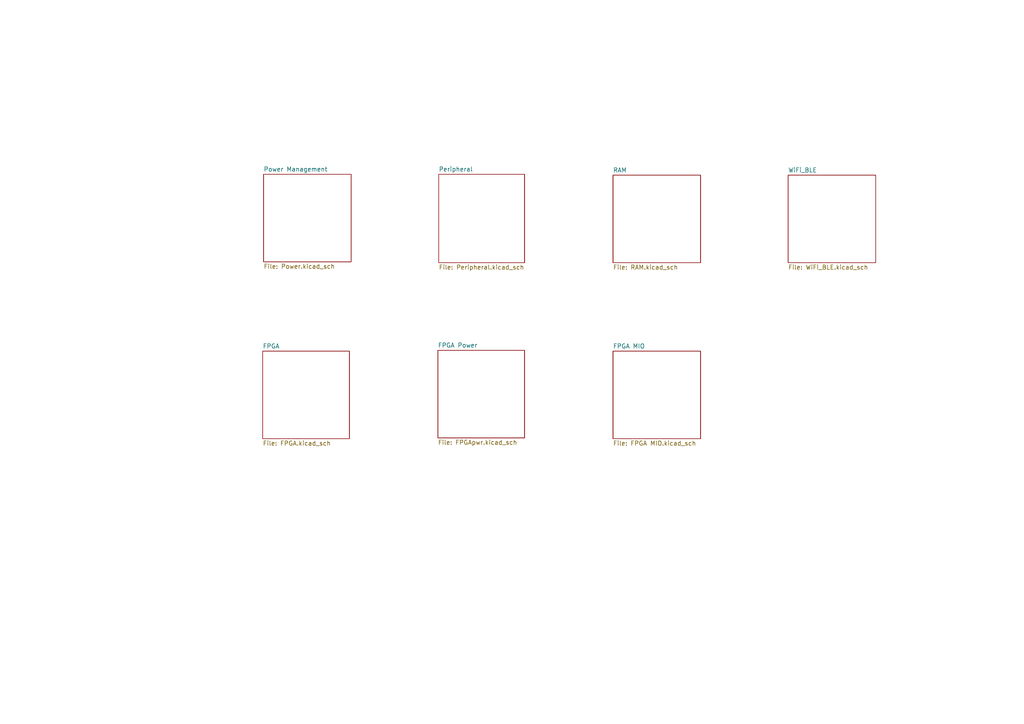
<source format=kicad_sch>
(kicad_sch
	(version 20231120)
	(generator "eeschema")
	(generator_version "8.0")
	(uuid "8b98976c-b0e2-4979-aa9a-b6389ce6c189")
	(paper "A4")
	(lib_symbols)
	(sheet
		(at 177.8 101.854)
		(size 25.4 25.4)
		(fields_autoplaced yes)
		(stroke
			(width 0.1524)
			(type solid)
		)
		(fill
			(color 0 0 0 0.0000)
		)
		(uuid "3a651326-0780-4f8d-a472-0057732392d5")
		(property "Sheetname" "FPGA MIO"
			(at 177.8 101.1424 0)
			(effects
				(font
					(size 1.27 1.27)
				)
				(justify left bottom)
			)
		)
		(property "Sheetfile" "FPGA MIO.kicad_sch"
			(at 177.8 127.8386 0)
			(effects
				(font
					(size 1.27 1.27)
				)
				(justify left top)
			)
		)
		(instances
			(project "SYNC-VT"
				(path "/8b98976c-b0e2-4979-aa9a-b6389ce6c189"
					(page "6")
				)
			)
		)
	)
	(sheet
		(at 76.454 50.546)
		(size 25.4 25.4)
		(fields_autoplaced yes)
		(stroke
			(width 0.1524)
			(type solid)
		)
		(fill
			(color 0 0 0 0.0000)
		)
		(uuid "4c2e96e4-9fb1-4733-be3e-8bfc128702ff")
		(property "Sheetname" "Power Management"
			(at 76.454 49.8344 0)
			(effects
				(font
					(size 1.27 1.27)
				)
				(justify left bottom)
			)
		)
		(property "Sheetfile" "Power.kicad_sch"
			(at 76.454 76.5306 0)
			(effects
				(font
					(size 1.27 1.27)
				)
				(justify left top)
			)
		)
		(instances
			(project "SYNC-VT"
				(path "/8b98976c-b0e2-4979-aa9a-b6389ce6c189"
					(page "2")
				)
			)
		)
	)
	(sheet
		(at 177.8 50.8)
		(size 25.4 25.4)
		(fields_autoplaced yes)
		(stroke
			(width 0.1524)
			(type solid)
		)
		(fill
			(color 0 0 0 0.0000)
		)
		(uuid "7426c97c-9532-4b74-a8cd-41fbf6ef2407")
		(property "Sheetname" "RAM"
			(at 177.8 50.0884 0)
			(effects
				(font
					(size 1.27 1.27)
				)
				(justify left bottom)
			)
		)
		(property "Sheetfile" "RAM.kicad_sch"
			(at 177.8 76.7846 0)
			(effects
				(font
					(size 1.27 1.27)
				)
				(justify left top)
			)
		)
		(instances
			(project "SYNC-VT"
				(path "/8b98976c-b0e2-4979-aa9a-b6389ce6c189"
					(page "7")
				)
			)
		)
	)
	(sheet
		(at 228.6 50.8)
		(size 25.4 25.4)
		(fields_autoplaced yes)
		(stroke
			(width 0.1524)
			(type solid)
		)
		(fill
			(color 0 0 0 0.0000)
		)
		(uuid "844f044f-372f-4dec-9e58-1a20525b92bc")
		(property "Sheetname" "WiFi_BLE"
			(at 228.6 50.0884 0)
			(effects
				(font
					(size 1.27 1.27)
				)
				(justify left bottom)
			)
		)
		(property "Sheetfile" "WiFi_BLE.kicad_sch"
			(at 228.6 76.7846 0)
			(effects
				(font
					(size 1.27 1.27)
				)
				(justify left top)
			)
		)
		(instances
			(project "SYNC-VT"
				(path "/8b98976c-b0e2-4979-aa9a-b6389ce6c189"
					(page "8")
				)
			)
		)
	)
	(sheet
		(at 76.2 101.854)
		(size 25.146 25.4)
		(fields_autoplaced yes)
		(stroke
			(width 0.1524)
			(type solid)
		)
		(fill
			(color 0 0 0 0.0000)
		)
		(uuid "b03d01bc-7f79-4860-8a9c-5e1d7565ff36")
		(property "Sheetname" "FPGA"
			(at 76.2 101.1424 0)
			(effects
				(font
					(size 1.27 1.27)
				)
				(justify left bottom)
			)
		)
		(property "Sheetfile" "FPGA.kicad_sch"
			(at 76.2 127.8386 0)
			(effects
				(font
					(size 1.27 1.27)
				)
				(justify left top)
			)
		)
		(instances
			(project "SYNC-VT"
				(path "/8b98976c-b0e2-4979-aa9a-b6389ce6c189"
					(page "4")
				)
			)
		)
	)
	(sheet
		(at 127 101.6)
		(size 25.146 25.4)
		(fields_autoplaced yes)
		(stroke
			(width 0.1524)
			(type solid)
		)
		(fill
			(color 0 0 0 0.0000)
		)
		(uuid "e0fdbcfa-176a-4d8c-897b-d3b34c4c4b6c")
		(property "Sheetname" "FPGA Power"
			(at 127 100.8884 0)
			(effects
				(font
					(size 1.27 1.27)
				)
				(justify left bottom)
			)
		)
		(property "Sheetfile" "FPGApwr.kicad_sch"
			(at 127 127.5846 0)
			(effects
				(font
					(size 1.27 1.27)
				)
				(justify left top)
			)
		)
		(instances
			(project "SYNC-VT"
				(path "/8b98976c-b0e2-4979-aa9a-b6389ce6c189"
					(page "5")
				)
			)
		)
	)
	(sheet
		(at 127.254 50.546)
		(size 24.892 25.654)
		(fields_autoplaced yes)
		(stroke
			(width 0.1524)
			(type solid)
		)
		(fill
			(color 0 0 0 0.0000)
		)
		(uuid "f8391748-4a28-4b30-91ca-d63501b5909f")
		(property "Sheetname" "Peripheral"
			(at 127.254 49.8344 0)
			(effects
				(font
					(size 1.27 1.27)
				)
				(justify left bottom)
			)
		)
		(property "Sheetfile" "Peripheral.kicad_sch"
			(at 127.254 76.7846 0)
			(effects
				(font
					(size 1.27 1.27)
				)
				(justify left top)
			)
		)
		(instances
			(project "SYNC-VT"
				(path "/8b98976c-b0e2-4979-aa9a-b6389ce6c189"
					(page "3")
				)
			)
		)
	)
	(sheet_instances
		(path "/"
			(page "1")
		)
	)
)

</source>
